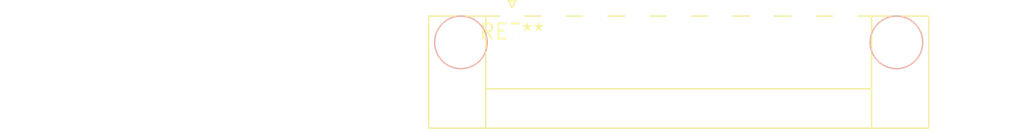
<source format=kicad_pcb>
(kicad_pcb (version 20240108) (generator pcbnew)
  (layers (0 "F.Cu" signal) (31 "B.Cu" signal) (34 "B.Paste" user) (35 "F.Paste" user) (36 "B.SilkS" user "B.Silkscreen") (37 "F.SilkS" user "F.Silkscreen") (38 "B.Mask" user) (39 "F.Mask" user) (44 "Edge.Cuts" user))
  (net 0 "")
  (footprint "PhoenixContact_MC_1,5_9-GF-3.5_1x09_P3.50mm_Horizontal_ThreadedFlange_MountHole" (layer "F.Cu") (at 0 0)
    (property "Reference" "REF**")
    (property "Value" "PhoenixContact_MC_1,5_9-GF-3.5_1x09_P3.50mm_Horizontal_ThreadedFlange_MountHole")
    (fp_circle (center -4.3 0.9) (end -2.09 0.9) (layer "B.SilkS") (stroke (width 0.12)) (fill none))
    (fp_circle (center 32.3 0.9) (end 34.51 0.9) (layer "B.SilkS") (stroke (width 0.12)) (fill none))
    (fp_line (start -7.01 -1.31) (end -7.01 8.11) (layer "F.SilkS") (stroke (width 0.12)))
    (fp_line (start -7.01 -1.31) (end -1.05 -1.31) (layer "F.SilkS") (stroke (width 0.12)))
    (fp_line (start -7.01 8.11) (end 35.01 8.11) (layer "F.SilkS") (stroke (width 0.12)))
    (fp_line (start -2.21 -1.31) (end -2.21 8.11) (layer "F.SilkS") (stroke (width 0.12)))
    (fp_line (start -2.21 4.8) (end 30.21 4.8) (layer "F.SilkS") (stroke (width 0.12)))
    (fp_line (start -0.3 -2.6) (end 0.3 -2.6) (layer "F.SilkS") (stroke (width 0.12)))
    (fp_line (start 0 -2) (end -0.3 -2.6) (layer "F.SilkS") (stroke (width 0.12)))
    (fp_line (start 0.3 -2.6) (end 0 -2) (layer "F.SilkS") (stroke (width 0.12)))
    (fp_line (start 1.05 -1.31) (end 2.45 -1.31) (layer "F.SilkS") (stroke (width 0.12)))
    (fp_line (start 4.55 -1.31) (end 5.95 -1.31) (layer "F.SilkS") (stroke (width 0.12)))
    (fp_line (start 8.05 -1.31) (end 9.45 -1.31) (layer "F.SilkS") (stroke (width 0.12)))
    (fp_line (start 11.55 -1.31) (end 12.95 -1.31) (layer "F.SilkS") (stroke (width 0.12)))
    (fp_line (start 15.05 -1.31) (end 16.45 -1.31) (layer "F.SilkS") (stroke (width 0.12)))
    (fp_line (start 18.55 -1.31) (end 19.95 -1.31) (layer "F.SilkS") (stroke (width 0.12)))
    (fp_line (start 22.05 -1.31) (end 23.45 -1.31) (layer "F.SilkS") (stroke (width 0.12)))
    (fp_line (start 25.55 -1.31) (end 26.95 -1.31) (layer "F.SilkS") (stroke (width 0.12)))
    (fp_line (start 30.21 -1.31) (end 30.21 8.11) (layer "F.SilkS") (stroke (width 0.12)))
    (fp_line (start 35.01 -1.31) (end 29.05 -1.31) (layer "F.SilkS") (stroke (width 0.12)))
    (fp_line (start 35.01 8.11) (end 35.01 -1.31) (layer "F.SilkS") (stroke (width 0.12)))
    (pad "" np_thru_hole circle (at -4.3 0.9) (size 2.4 2.4) (drill 2.4) (layers *.Cu *.Mask))
    (pad "" np_thru_hole circle (at 32.3 0.9) (size 2.4 2.4) (drill 2.4) (layers *.Cu *.Mask))
    (pad "1" thru_hole roundrect (at 0 0) (size 1.8 3.6) (drill 1.2) (layers *.Cu *.Mask) (remove_unused_layers) (roundrect_rratio 0.138889))
    (pad "2" thru_hole oval (at 3.5 0) (size 1.8 3.6) (drill 1.2) (layers *.Cu *.Mask) (remove_unused_layers))
    (pad "3" thru_hole oval (at 7 0) (size 1.8 3.6) (drill 1.2) (layers *.Cu *.Mask) (remove_unused_layers))
    (pad "4" thru_hole oval (at 10.5 0) (size 1.8 3.6) (drill 1.2) (layers *.Cu *.Mask) (remove_unused_layers))
    (pad "5" thru_hole oval (at 14 0) (size 1.8 3.6) (drill 1.2) (layers *.Cu *.Mask) (remove_unused_layers))
    (pad "6" thru_hole oval (at 17.5 0) (size 1.8 3.6) (drill 1.2) (layers *.Cu *.Mask) (remove_unused_layers))
    (pad "7" thru_hole oval (at 21 0) (size 1.8 3.6) (drill 1.2) (layers *.Cu *.Mask) (remove_unused_layers))
    (pad "8" thru_hole oval (at 24.5 0) (size 1.8 3.6) (drill 1.2) (layers *.Cu *.Mask) (remove_unused_layers))
    (pad "9" thru_hole oval (at 28 0) (size 1.8 3.6) (drill 1.2) (layers *.Cu *.Mask) (remove_unused_layers))
  )
)
</source>
